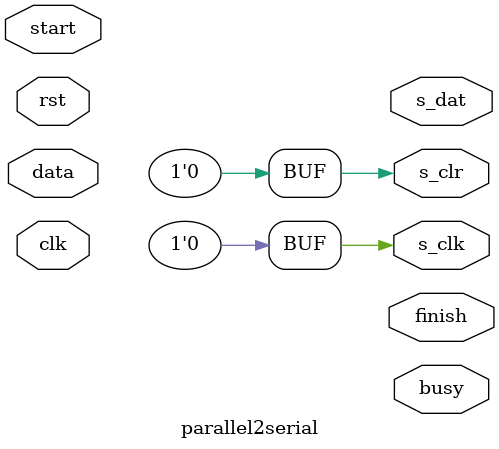
<source format=v>
/**
 * Parallel-Serial Converter.
 * Author: Zhao, Hongyu  <power_zhy@foxmail.com>
 * Editor: Frank Shaw    <xiaoqingzhe@gmail.com>
 */
module parallel2serial (
	input wire clk,  // main clock
	input wire rst,  // synchronous reset
	input wire [DATA_BITS-1:0] data,  // parallel input data
	input wire start,  // start command
	output reg busy,  // busy flag
	output reg finish,  // finish acknowledgement
	output reg s_clk = 0,  // serial clock
	output reg s_clr = 0,  // serial clear
	output wire s_dat  // serial output data
	);

parameter
		P_CLK_FREQ = 100,  // main clock frequency in MHz
		S_CLK_FREQ = 20,  // serial clock frequency in MHz
		DATA_BITS = 32,  // data length
		READ_DIRECTION = 1;  // 0 for read from lowest significant digit and 1 for read from most significant digit

endmodule

</source>
